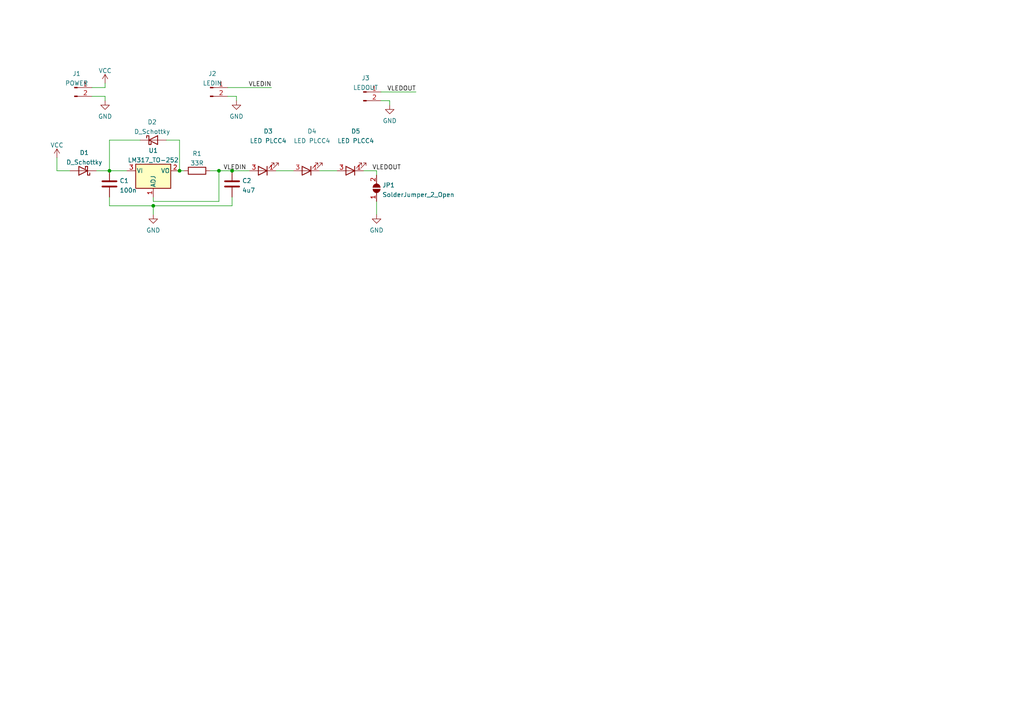
<source format=kicad_sch>
(kicad_sch (version 20211123) (generator eeschema)
  (paper "A4")
  (lib_symbols
    (symbol "Connector:Conn_01x02_Male" (pin_names (offset 1.016) hide)
      (property "Reference" "J" (at 0 2.54 0))
      (property "Value" "Conn_01x02_Male" (at 0 -5.08 0))
      (symbol "Conn_01x02_Male_1_1"
        (polyline (pts (xy 1.27 -2.54) (xy 0.8636 -2.54)) (stroke (width 0.1524)))
        (polyline (pts (xy 1.27 0) (xy 0.8636 0)) (stroke (width 0.1524)))
        (rectangle (start 0.8636 -2.413) (end 0 -2.667) (stroke (width 0.1524)) (fill (type outline)))
        (rectangle (start 0.8636 0.127) (end 0 -0.127) (stroke (width 0.1524)) (fill (type outline)))
        (pin passive line (at 5.08 0 180) (length 3.81) (name "Pin_1") (number "1"))
        (pin passive line (at 5.08 -2.54 180) (length 3.81) (name "Pin_2") (number "2"))
      )
    )
    (symbol "Device:C" (pin_numbers hide) (pin_names (offset 0.254))
      (property "Reference" "C" (at 0.635 2.54 0))
      (property "Value" "C" (at 0.635 -2.54 0))
      (symbol "C_0_1"
        (polyline (pts (xy -2.032 -0.762) (xy 2.032 -0.762)) (stroke (width 0.508)))
        (polyline (pts (xy -2.032 0.762) (xy 2.032 0.762)) (stroke (width 0.508)))
      )
      (symbol "C_1_1"
        (pin passive line (at 0 3.81 270) (length 2.794) (name "~") (number "1"))
        (pin passive line (at 0 -3.81 90) (length 2.794) (name "~") (number "2"))
      )
    )
    (symbol "Device:D_Schottky" (pin_numbers hide) (pin_names (offset 1.016) hide)
      (property "Reference" "D" (at 0 2.54 0))
      (property "Value" "D_Schottky" (at 0 -2.54 0))
      (symbol "D_Schottky_0_1"
        (polyline (pts (xy 1.27 0) (xy -1.27 0)))
        (polyline (pts (xy 1.27 1.27) (xy 1.27 -1.27) (xy -1.27 0) (xy 1.27 1.27)) (stroke (width 0.254)))
        (polyline (pts (xy -1.905 0.635) (xy -1.905 1.27) (xy -1.27 1.27) (xy -1.27 -1.27) (xy -0.635 -1.27) (xy -0.635 -0.635)) (stroke (width 0.254)))
      )
      (symbol "D_Schottky_1_1"
        (pin passive line (at -3.81 0 0) (length 2.54) (name "K") (number "1"))
        (pin passive line (at 3.81 0 180) (length 2.54) (name "A") (number "2"))
      )
    )
    (symbol "Device:R" (pin_numbers hide) (pin_names (offset 0))
      (property "Reference" "R" (at 2.032 0 90))
      (property "Value" "R" (at 0 0 90))
      (symbol "R_0_1"
        (rectangle (start -1.016 -2.54) (end 1.016 2.54) (stroke (width 0.254)))
      )
      (symbol "R_1_1"
        (pin passive line (at 0 3.81 270) (length 1.27) (name "~") (number "1"))
        (pin passive line (at 0 -3.81 90) (length 1.27) (name "~") (number "2"))
      )
    )
    (symbol "Jumper:SolderJumper_2_Open" (pin_names (offset 0) hide)
      (property "Reference" "JP" (at 0 2.032 0))
      (property "Value" "SolderJumper_2_Open" (at 0 -2.54 0))
      (symbol "SolderJumper_2_Open_0_1"
        (arc (start -0.254 1.016) (mid -1.27 0) (end -0.254 -1.016))
        (arc (start -0.254 1.016) (mid -1.27 0) (end -0.254 -1.016) (fill (type outline)))
        (polyline (pts (xy -0.254 1.016) (xy -0.254 -1.016)))
        (polyline (pts (xy 0.254 1.016) (xy 0.254 -1.016)))
        (arc (start 0.254 -1.016) (mid 1.27 0) (end 0.254 1.016))
        (arc (start 0.254 -1.016) (mid 1.27 0) (end 0.254 1.016) (fill (type outline)))
      )
      (symbol "SolderJumper_2_Open_1_1"
        (pin passive line (at -3.81 0 0) (length 2.54) (name "A") (number "1"))
        (pin passive line (at 3.81 0 180) (length 2.54) (name "B") (number "2"))
      )
    )
    (symbol "Regulator_Linear:LM317_TO-252" (pin_names (offset 0.254))
      (property "Reference" "U" (at -3.81 3.175 0))
      (property "Value" "LM317_TO-252" (at 0 3.175 0))
      (symbol "LM317_TO-252_0_1"
        (rectangle (start -5.08 1.905) (end 5.08 -5.08) (stroke (width 0.254)) (fill (type background)))
      )
      (symbol "LM317_TO-252_1_1"
        (pin input line (at 0 -7.62 90) (length 2.54) (name "ADJ") (number "1"))
        (pin power_out line (at 7.62 0 180) (length 2.54) (name "VO") (number "2"))
        (pin power_in line (at -7.62 0 0) (length 2.54) (name "VI") (number "3"))
      )
    )
    (symbol "plcc_led:LED PLCC4" (pin_names (offset 1.016) hide)
      (property "Reference" "D" (at 0 2.54 0))
      (property "Value" "LED PLCC4" (at 0 -2.54 0))
      (symbol "LED PLCC4_0_1"
        (polyline (pts (xy -1.27 -1.27) (xy -1.27 1.27)) (stroke (width 0.254)))
        (polyline (pts (xy -1.27 0) (xy 1.27 0)))
        (polyline (pts (xy 1.27 -1.27) (xy 1.27 1.27) (xy -1.27 0) (xy 1.27 -1.27)) (stroke (width 0.254)))
        (polyline (pts (xy -3.048 -0.762) (xy -4.572 -2.286) (xy -3.81 -2.286) (xy -4.572 -2.286) (xy -4.572 -1.524)))
        (polyline (pts (xy -1.778 -0.762) (xy -3.302 -2.286) (xy -2.54 -2.286) (xy -3.302 -2.286) (xy -3.302 -1.524)))
      )
      (symbol "LED PLCC4_1_1"
        (pin passive line (at -3.81 0 0) (length 2.54) (name "K") (number "1"))
        (pin no_connect line (at -1.27 -5.08 180) (length 2.54) hide (name "THERMAL") (number "2"))
        (pin passive line (at 3.81 0 180) (length 2.54) (name "A") (number "3"))
        (pin no_connect line (at -1.27 -7.62 180) (length 2.54) hide (name "Thermal") (number "4"))
      )
    )
    (symbol "power:GND" (power) (pin_names (offset 0))
      (property "Value" "GND" (at 0 -3.81 0))
      (symbol "GND_0_1"
        (polyline (pts (xy 0 0) (xy 0 -1.27) (xy 1.27 -1.27) (xy 0 -2.54) (xy -1.27 -1.27) (xy 0 -1.27)))
      )
      (symbol "GND_1_1"
        (pin power_in line (at 0 0 270) (length 0) hide (name "GND") (number "1"))
      )
    )
    (symbol "power:VCC" (power) (pin_names (offset 0))
      (property "Value" "VCC" (at 0 3.81 0))
      (symbol "VCC_0_1"
        (polyline (pts (xy -0.762 1.27) (xy 0 2.54)))
        (polyline (pts (xy 0 0) (xy 0 2.54)))
        (polyline (pts (xy 0 2.54) (xy 0.762 1.27)))
      )
      (symbol "VCC_1_1"
        (pin power_in line (at 0 0 90) (length 0) hide (name "VCC") (number "1"))
      )
    )
  )
  (junction (at 52.07 49.53))
  (junction (at 31.75 49.53))
  (junction (at 63.5 49.53))
  (junction (at 67.31 49.53))
  (junction (at 44.45 59.69))
  (wire (pts (xy 44.45 59.69) (xy 67.31 59.69)))
  (wire (pts (xy 44.45 58.42) (xy 63.5 58.42)))
  (wire (pts (xy 44.45 59.69) (xy 44.45 62.23)))
  (wire (pts (xy 26.67 27.94) (xy 30.48 27.94)))
  (wire (pts (xy 66.04 27.94) (xy 68.58 27.94)))
  (wire (pts (xy 68.58 27.94) (xy 68.58 29.21)))
  (wire (pts (xy 109.22 49.53) (xy 109.22 50.8)))
  (wire (pts (xy 63.5 58.42) (xy 63.5 49.53)))
  (wire (pts (xy 67.31 49.53) (xy 72.39 49.53)))
  (wire (pts (xy 40.64 40.64) (xy 31.75 40.64)))
  (wire (pts (xy 16.51 45.72) (xy 16.51 49.53)))
  (wire (pts (xy 31.75 40.64) (xy 31.75 49.53)))
  (wire (pts (xy 44.45 57.15) (xy 44.45 58.42)))
  (wire (pts (xy 92.71 49.53) (xy 97.79 49.53)))
  (wire (pts (xy 31.75 49.53) (xy 36.83 49.53)))
  (wire (pts (xy 48.26 40.64) (xy 52.07 40.64)))
  (wire (pts (xy 26.67 25.4) (xy 30.48 25.4)))
  (wire (pts (xy 52.07 49.53) (xy 53.34 49.53)))
  (wire (pts (xy 110.49 29.21) (xy 113.03 29.21)))
  (wire (pts (xy 27.94 49.53) (xy 31.75 49.53)))
  (wire (pts (xy 31.75 59.69) (xy 44.45 59.69)))
  (wire (pts (xy 105.41 49.53) (xy 109.22 49.53)))
  (wire (pts (xy 66.04 25.4) (xy 78.74 25.4)))
  (wire (pts (xy 67.31 59.69) (xy 67.31 57.15)))
  (wire (pts (xy 110.49 26.67) (xy 120.65 26.67)))
  (wire (pts (xy 31.75 57.15) (xy 31.75 59.69)))
  (wire (pts (xy 60.96 49.53) (xy 63.5 49.53)))
  (wire (pts (xy 80.01 49.53) (xy 85.09 49.53)))
  (wire (pts (xy 30.48 25.4) (xy 30.48 24.13)))
  (wire (pts (xy 16.51 49.53) (xy 20.32 49.53)))
  (wire (pts (xy 113.03 29.21) (xy 113.03 30.48)))
  (wire (pts (xy 109.22 58.42) (xy 109.22 62.23)))
  (wire (pts (xy 63.5 49.53) (xy 67.31 49.53)))
  (wire (pts (xy 52.07 40.64) (xy 52.07 49.53)))
  (wire (pts (xy 30.48 27.94) (xy 30.48 29.21)))
  (label "VLEDOUT" (at 107.95 49.53 0))
  (label "VLEDOUT" (at 120.65 26.67 180))
  (label "VLEDIN" (at 78.74 25.4 180))
  (label "VLEDIN" (at 64.77 49.53 0))
  (symbol (lib_id "power:GND") (at 44.45 62.23 0) (unit 1)
    (property "Reference" "#PWR04" (effects hide))
    (property "Value" "GND" (at 44.45 66.7925 0))
  )
  (symbol (lib_id "power:GND") (at 68.58 29.21 0) (unit 1)
    (property "Reference" "#PWR05" (effects hide))
    (property "Value" "GND" (at 68.58 33.7725 0))
  )
  (symbol (lib_id "power:GND") (at 113.03 30.48 0) (unit 1)
    (property "Reference" "#PWR07" (effects hide))
    (property "Value" "GND" (at 113.03 35.0425 0))
  )
  (symbol (lib_id "power:GND") (at 30.48 29.21 0) (unit 1)
    (property "Reference" "#PWR03" (effects hide))
    (property "Value" "GND" (at 30.48 33.7725 0))
  )
  (symbol (lib_id "Device:D_Schottky") (at 24.13 49.53 180) (unit 1)
    (property "Reference" "D1" (at 24.4475 44.2935 0))
    (property "Value" "D_Schottky" (at 24.4475 47.0686 0))
    (property "Footprint" "Diode_SMD:D_SMA" (effects hide))
  )
  (symbol (lib_id "power:VCC") (at 16.51 45.72 0) (unit 1)
    (property "Reference" "#PWR01" (effects hide))
    (property "Value" "VCC" (at 16.51 42.1155 0))
  )
  (symbol (lib_id "power:VCC") (at 30.48 24.13 0) (unit 1)
    (property "Reference" "#PWR02" (effects hide))
    (property "Value" "VCC" (at 30.48 20.5255 0))
  )
  (symbol (lib_id "Connector:Conn_01x02_Male") (at 60.96 25.4 0) (unit 1)
    (property "Reference" "J2" (at 61.595 21.3573 0))
    (property "Value" "LEDIN" (at 61.595 24.1324 0))
    (property "Footprint" "Connector_Molex:Molex_KK-254_AE-6410-02A_1x02_P2.54mm_Vertical" (effects hide))
  )
  (symbol (lib_id "Device:D_Schottky") (at 44.45 40.64 0) (unit 1)
    (property "Reference" "D2" (at 44.1325 35.4035 0))
    (property "Value" "D_Schottky" (at 44.1325 38.1786 0))
    (property "Footprint" "Diode_SMD:D_SMA" (effects hide))
  )
  (symbol (lib_id "Connector:Conn_01x02_Male") (at 105.41 26.67 0) (unit 1)
    (property "Reference" "J3" (at 106.045 22.6273 0))
    (property "Value" "LEDOUT" (at 106.045 25.4024 0))
    (property "Footprint" "Connector_Molex:Molex_KK-254_AE-6410-02A_1x02_P2.54mm_Vertical" (effects hide))
  )
  (symbol (lib_id "Connector:Conn_01x02_Male") (at 21.59 25.4 0) (unit 1)
    (property "Reference" "J1" (at 22.225 21.3573 0))
    (property "Value" "POWER" (at 22.225 24.1324 0))
    (property "Footprint" "Connector_Molex:Molex_KK-254_AE-6410-02A_1x02_P2.54mm_Vertical" (effects hide))
  )
  (symbol (lib_id "Jumper:SolderJumper_2_Open") (at 109.22 54.61 90) (unit 1)
    (property "Reference" "JP1" (at 110.871 53.7015 90) (effects (justify right)))
    (property "Value" "SolderJumper_2_Open" (at 110.871 56.4766 90) (effects (justify right)))
    (property "Footprint" "Jumper:SolderJumper-2_P1.3mm_Open_TrianglePad1.0x1.5mm" (effects hide))
  )
  (symbol (lib_id "plcc_led:LED PLCC4") (at 88.9 49.53 180) (unit 1)
    (property "Reference" "D4" (at 90.4875 38.0705 0))
    (property "Value" "LED PLCC4" (at 90.4875 40.8456 0))
    (property "Footprint" "LED_SMD:LED_Avago_PLCC4_3.2x2.8mm_CW" (effects hide))
  )
  (symbol (lib_id "plcc_led:LED PLCC4") (at 101.6 49.53 180) (unit 1)
    (property "Reference" "D5" (at 103.1875 38.0705 0))
    (property "Value" "LED PLCC4" (at 103.1875 40.8456 0))
    (property "Footprint" "LED_SMD:LED_Avago_PLCC4_3.2x2.8mm_CW" (effects hide))
  )
  (symbol (lib_id "Device:C") (at 31.75 53.34 0) (unit 1)
    (property "Reference" "C1" (at 34.671 52.4315 0) (effects (justify left)))
    (property "Value" "100n" (at 34.671 55.2066 0) (effects (justify left)))
    (property "Footprint" "Capacitor_SMD:C_0603_1608Metric" (effects hide))
    (property "LCSC" "C14663" (effects hide))
  )
  (symbol (lib_id "Device:C") (at 67.31 53.34 0) (unit 1)
    (property "Reference" "C2" (at 70.231 52.4315 0) (effects (justify left)))
    (property "Value" "4u7" (at 70.231 55.2066 0) (effects (justify left)))
    (property "Footprint" "Capacitor_SMD:C_1206_3216Metric" (effects hide))
    (property "LCSC" "C29823" (effects hide))
  )
  (symbol (lib_id "plcc_led:LED PLCC4") (at 76.2 49.53 180) (unit 1)
    (property "Reference" "D3" (at 77.7875 38.0705 0))
    (property "Value" "LED PLCC4" (at 77.7875 40.8456 0))
    (property "Footprint" "LED_SMD:LED_Avago_PLCC4_3.2x2.8mm_CW" (effects hide))
  )
  (symbol (lib_id "power:GND") (at 109.22 62.23 0) (unit 1)
    (property "Reference" "#PWR06" (effects hide))
    (property "Value" "GND" (at 109.22 66.7925 0))
  )
  (symbol (lib_id "Regulator_Linear:LM317_TO-252") (at 44.45 49.53 0) (unit 1)
    (property "Reference" "U1" (at 44.45 43.6585 0))
    (property "Value" "LM317_TO-252" (at 44.45 46.4336 0))
    (property "Footprint" "Package_TO_SOT_SMD:TO-252-2" (effects hide))
    (property "Datasheet" "http://www.ti.com/lit/ds/snvs774n/snvs774n.pdf" (effects hide))
    (property "LCSC" "C75510" (effects hide))
  )
  (symbol (lib_id "Device:R") (at 57.15 49.53 90) (unit 1)
    (property "Reference" "R1" (at 57.15 44.5475 90))
    (property "Value" "33R" (at 57.15 47.3226 90))
    (property "Footprint" "Resistor_SMD:R_0805_2012Metric" (effects hide))
  )
)
</source>
